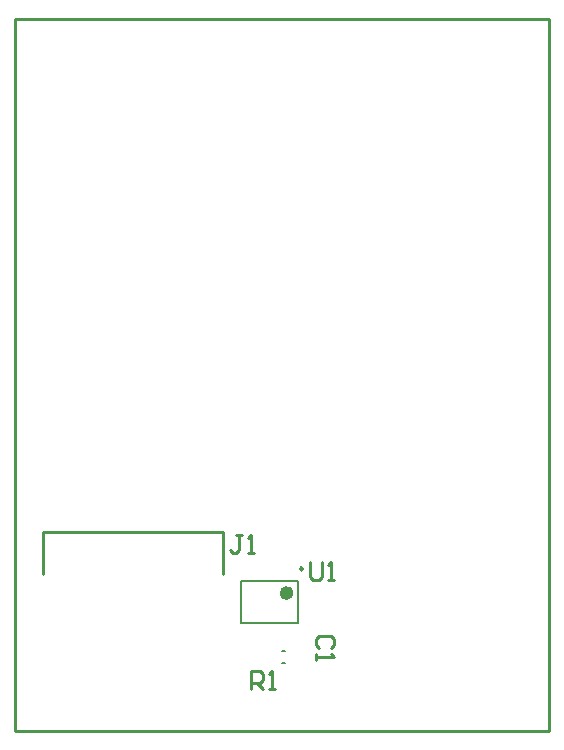
<source format=gto>
G04*
G04 #@! TF.GenerationSoftware,Altium Limited,Altium Designer,18.0.12 (696)*
G04*
G04 Layer_Color=65535*
%FSLAX25Y25*%
%MOIN*%
G70*
G01*
G75*
%ADD10C,0.00984*%
%ADD11C,0.02362*%
%ADD12C,0.01000*%
%ADD13C,0.00787*%
D10*
X195394Y153347D02*
G03*
X195394Y153347I-492J0D01*
G01*
D11*
X191142Y145276D02*
G03*
X191142Y145276I-1181J0D01*
G01*
D12*
X108701Y153465D02*
Y165465D01*
X168701D01*
X108701Y151465D02*
Y153465D01*
X168701Y151465D02*
Y165465D01*
X197835Y155604D02*
Y150606D01*
X198834Y149606D01*
X200834D01*
X201833Y150606D01*
Y155604D01*
X203833Y149606D02*
X205832D01*
X204832D01*
Y155604D01*
X203833Y154605D01*
X178150Y113189D02*
Y119187D01*
X181149D01*
X182148Y118187D01*
Y116188D01*
X181149Y115188D01*
X178150D01*
X180149D02*
X182148Y113189D01*
X184148D02*
X186147D01*
X185147D01*
Y119187D01*
X184148Y118187D01*
X175259Y164463D02*
X173259D01*
X174259D01*
Y159464D01*
X173259Y158465D01*
X172259D01*
X171260Y159464D01*
X177258Y158465D02*
X179257D01*
X178258D01*
Y164463D01*
X177258Y163463D01*
X204802Y126907D02*
X205801Y127907D01*
Y129906D01*
X204802Y130905D01*
X200803D01*
X199803Y129906D01*
Y127907D01*
X200803Y126907D01*
X199803Y124907D02*
Y122908D01*
Y123908D01*
X205801D01*
X204802Y124907D01*
X99410Y99410D02*
Y336614D01*
Y99410D02*
X277559D01*
Y336614D01*
X99410D02*
X277559D01*
D13*
X174606Y149213D02*
X193898D01*
X174606Y135433D02*
X193898D01*
Y149213D01*
X174606Y135433D02*
Y149213D01*
X188386Y126083D02*
X189567D01*
X188386Y121949D02*
X189567D01*
M02*

</source>
